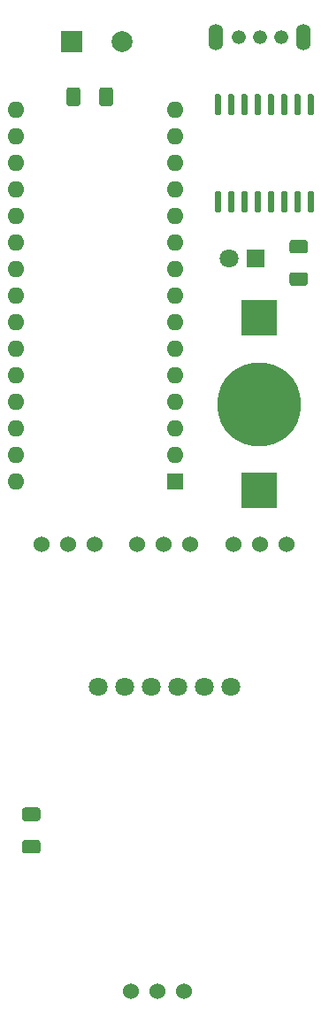
<source format=gbr>
%TF.GenerationSoftware,KiCad,Pcbnew,(5.1.12)-1*%
%TF.CreationDate,2023-05-17T18:58:12-04:00*%
%TF.ProjectId,Final_Design,46696e61-6c5f-4446-9573-69676e2e6b69,rev?*%
%TF.SameCoordinates,Original*%
%TF.FileFunction,Soldermask,Bot*%
%TF.FilePolarity,Negative*%
%FSLAX46Y46*%
G04 Gerber Fmt 4.6, Leading zero omitted, Abs format (unit mm)*
G04 Created by KiCad (PCBNEW (5.1.12)-1) date 2023-05-17 18:58:12*
%MOMM*%
%LPD*%
G01*
G04 APERTURE LIST*
%ADD10C,2.000000*%
%ADD11R,2.000000X2.000000*%
%ADD12R,3.500000X3.500000*%
%ADD13C,8.000000*%
%ADD14C,1.800000*%
%ADD15R,1.800000X1.800000*%
%ADD16C,1.324000*%
%ADD17O,1.424000X2.524000*%
%ADD18O,1.600000X1.600000*%
%ADD19R,1.600000X1.600000*%
%ADD20C,1.524000*%
G04 APERTURE END LIST*
D10*
%TO.C,U1*%
X109510000Y-30530000D03*
D11*
X104700000Y-30530000D03*
%TD*%
D12*
%TO.C,BT1*%
X122600000Y-56945000D03*
X122600000Y-73455000D03*
D13*
X122600000Y-65200000D03*
%TD*%
D14*
%TO.C,LED*%
X119760000Y-51300000D03*
D15*
X122300000Y-51300000D03*
%TD*%
D16*
%TO.C,U3*%
X124732000Y-30120000D03*
X122700000Y-30120000D03*
X120668000Y-30120000D03*
D17*
X126891000Y-30120000D03*
X118509000Y-30120000D03*
%TD*%
D18*
%TO.C,A1*%
X99360000Y-37040000D03*
X114600000Y-37040000D03*
X99360000Y-72600000D03*
X114600000Y-39580000D03*
X99360000Y-70060000D03*
X114600000Y-42120000D03*
X99360000Y-67520000D03*
X114600000Y-44660000D03*
X99360000Y-64980000D03*
X114600000Y-47200000D03*
X99360000Y-62440000D03*
X114600000Y-49740000D03*
X99360000Y-59900000D03*
X114600000Y-52280000D03*
X99360000Y-57360000D03*
X114600000Y-54820000D03*
X99360000Y-54820000D03*
X114600000Y-57360000D03*
X99360000Y-52280000D03*
X114600000Y-59900000D03*
X99360000Y-49740000D03*
X114600000Y-62440000D03*
X99360000Y-47200000D03*
X114600000Y-64980000D03*
X99360000Y-44660000D03*
X114600000Y-67520000D03*
X99360000Y-42120000D03*
X114600000Y-70060000D03*
X99360000Y-39580000D03*
D19*
X114600000Y-72600000D03*
%TD*%
%TO.C,C1*%
G36*
G01*
X105500000Y-35149999D02*
X105500000Y-36450001D01*
G75*
G02*
X105250001Y-36700000I-249999J0D01*
G01*
X104424999Y-36700000D01*
G75*
G02*
X104175000Y-36450001I0J249999D01*
G01*
X104175000Y-35149999D01*
G75*
G02*
X104424999Y-34900000I249999J0D01*
G01*
X105250001Y-34900000D01*
G75*
G02*
X105500000Y-35149999I0J-249999D01*
G01*
G37*
G36*
G01*
X108625000Y-35149999D02*
X108625000Y-36450001D01*
G75*
G02*
X108375001Y-36700000I-249999J0D01*
G01*
X107549999Y-36700000D01*
G75*
G02*
X107300000Y-36450001I0J249999D01*
G01*
X107300000Y-35149999D01*
G75*
G02*
X107549999Y-34900000I249999J0D01*
G01*
X108375001Y-34900000D01*
G75*
G02*
X108625000Y-35149999I0J-249999D01*
G01*
G37*
%TD*%
%TO.C,4.7K*%
G36*
G01*
X101425000Y-105100000D02*
X100175000Y-105100000D01*
G75*
G02*
X99925000Y-104850000I0J250000D01*
G01*
X99925000Y-104050000D01*
G75*
G02*
X100175000Y-103800000I250000J0D01*
G01*
X101425000Y-103800000D01*
G75*
G02*
X101675000Y-104050000I0J-250000D01*
G01*
X101675000Y-104850000D01*
G75*
G02*
X101425000Y-105100000I-250000J0D01*
G01*
G37*
G36*
G01*
X101425000Y-108200000D02*
X100175000Y-108200000D01*
G75*
G02*
X99925000Y-107950000I0J250000D01*
G01*
X99925000Y-107150000D01*
G75*
G02*
X100175000Y-106900000I250000J0D01*
G01*
X101425000Y-106900000D01*
G75*
G02*
X101675000Y-107150000I0J-250000D01*
G01*
X101675000Y-107950000D01*
G75*
G02*
X101425000Y-108200000I-250000J0D01*
G01*
G37*
%TD*%
%TO.C,220*%
G36*
G01*
X125775000Y-52600000D02*
X127025000Y-52600000D01*
G75*
G02*
X127275000Y-52850000I0J-250000D01*
G01*
X127275000Y-53650000D01*
G75*
G02*
X127025000Y-53900000I-250000J0D01*
G01*
X125775000Y-53900000D01*
G75*
G02*
X125525000Y-53650000I0J250000D01*
G01*
X125525000Y-52850000D01*
G75*
G02*
X125775000Y-52600000I250000J0D01*
G01*
G37*
G36*
G01*
X125775000Y-49500000D02*
X127025000Y-49500000D01*
G75*
G02*
X127275000Y-49750000I0J-250000D01*
G01*
X127275000Y-50550000D01*
G75*
G02*
X127025000Y-50800000I-250000J0D01*
G01*
X125775000Y-50800000D01*
G75*
G02*
X125525000Y-50550000I0J250000D01*
G01*
X125525000Y-49750000D01*
G75*
G02*
X125775000Y-49500000I250000J0D01*
G01*
G37*
%TD*%
D14*
%TO.C,U2*%
X119930000Y-92230000D03*
X117390000Y-92230000D03*
X114850000Y-92230000D03*
X112310000Y-92230000D03*
X109770000Y-92230000D03*
X107230000Y-92230000D03*
%TD*%
D20*
%TO.C,U4*%
X106900000Y-78610000D03*
X104360000Y-78610000D03*
X101820000Y-78610000D03*
%TD*%
%TO.C,U5*%
X125200000Y-78610000D03*
X122660000Y-78610000D03*
X120120000Y-78610000D03*
%TD*%
%TO.C,U6*%
G36*
G01*
X118505000Y-44825000D02*
X118805000Y-44825000D01*
G75*
G02*
X118955000Y-44975000I0J-150000D01*
G01*
X118955000Y-46725000D01*
G75*
G02*
X118805000Y-46875000I-150000J0D01*
G01*
X118505000Y-46875000D01*
G75*
G02*
X118355000Y-46725000I0J150000D01*
G01*
X118355000Y-44975000D01*
G75*
G02*
X118505000Y-44825000I150000J0D01*
G01*
G37*
G36*
G01*
X119775000Y-44825000D02*
X120075000Y-44825000D01*
G75*
G02*
X120225000Y-44975000I0J-150000D01*
G01*
X120225000Y-46725000D01*
G75*
G02*
X120075000Y-46875000I-150000J0D01*
G01*
X119775000Y-46875000D01*
G75*
G02*
X119625000Y-46725000I0J150000D01*
G01*
X119625000Y-44975000D01*
G75*
G02*
X119775000Y-44825000I150000J0D01*
G01*
G37*
G36*
G01*
X121045000Y-44825000D02*
X121345000Y-44825000D01*
G75*
G02*
X121495000Y-44975000I0J-150000D01*
G01*
X121495000Y-46725000D01*
G75*
G02*
X121345000Y-46875000I-150000J0D01*
G01*
X121045000Y-46875000D01*
G75*
G02*
X120895000Y-46725000I0J150000D01*
G01*
X120895000Y-44975000D01*
G75*
G02*
X121045000Y-44825000I150000J0D01*
G01*
G37*
G36*
G01*
X122315000Y-44825000D02*
X122615000Y-44825000D01*
G75*
G02*
X122765000Y-44975000I0J-150000D01*
G01*
X122765000Y-46725000D01*
G75*
G02*
X122615000Y-46875000I-150000J0D01*
G01*
X122315000Y-46875000D01*
G75*
G02*
X122165000Y-46725000I0J150000D01*
G01*
X122165000Y-44975000D01*
G75*
G02*
X122315000Y-44825000I150000J0D01*
G01*
G37*
G36*
G01*
X123585000Y-44825000D02*
X123885000Y-44825000D01*
G75*
G02*
X124035000Y-44975000I0J-150000D01*
G01*
X124035000Y-46725000D01*
G75*
G02*
X123885000Y-46875000I-150000J0D01*
G01*
X123585000Y-46875000D01*
G75*
G02*
X123435000Y-46725000I0J150000D01*
G01*
X123435000Y-44975000D01*
G75*
G02*
X123585000Y-44825000I150000J0D01*
G01*
G37*
G36*
G01*
X124855000Y-44825000D02*
X125155000Y-44825000D01*
G75*
G02*
X125305000Y-44975000I0J-150000D01*
G01*
X125305000Y-46725000D01*
G75*
G02*
X125155000Y-46875000I-150000J0D01*
G01*
X124855000Y-46875000D01*
G75*
G02*
X124705000Y-46725000I0J150000D01*
G01*
X124705000Y-44975000D01*
G75*
G02*
X124855000Y-44825000I150000J0D01*
G01*
G37*
G36*
G01*
X126125000Y-44825000D02*
X126425000Y-44825000D01*
G75*
G02*
X126575000Y-44975000I0J-150000D01*
G01*
X126575000Y-46725000D01*
G75*
G02*
X126425000Y-46875000I-150000J0D01*
G01*
X126125000Y-46875000D01*
G75*
G02*
X125975000Y-46725000I0J150000D01*
G01*
X125975000Y-44975000D01*
G75*
G02*
X126125000Y-44825000I150000J0D01*
G01*
G37*
G36*
G01*
X127395000Y-44825000D02*
X127695000Y-44825000D01*
G75*
G02*
X127845000Y-44975000I0J-150000D01*
G01*
X127845000Y-46725000D01*
G75*
G02*
X127695000Y-46875000I-150000J0D01*
G01*
X127395000Y-46875000D01*
G75*
G02*
X127245000Y-46725000I0J150000D01*
G01*
X127245000Y-44975000D01*
G75*
G02*
X127395000Y-44825000I150000J0D01*
G01*
G37*
G36*
G01*
X127395000Y-35525000D02*
X127695000Y-35525000D01*
G75*
G02*
X127845000Y-35675000I0J-150000D01*
G01*
X127845000Y-37425000D01*
G75*
G02*
X127695000Y-37575000I-150000J0D01*
G01*
X127395000Y-37575000D01*
G75*
G02*
X127245000Y-37425000I0J150000D01*
G01*
X127245000Y-35675000D01*
G75*
G02*
X127395000Y-35525000I150000J0D01*
G01*
G37*
G36*
G01*
X126125000Y-35525000D02*
X126425000Y-35525000D01*
G75*
G02*
X126575000Y-35675000I0J-150000D01*
G01*
X126575000Y-37425000D01*
G75*
G02*
X126425000Y-37575000I-150000J0D01*
G01*
X126125000Y-37575000D01*
G75*
G02*
X125975000Y-37425000I0J150000D01*
G01*
X125975000Y-35675000D01*
G75*
G02*
X126125000Y-35525000I150000J0D01*
G01*
G37*
G36*
G01*
X124855000Y-35525000D02*
X125155000Y-35525000D01*
G75*
G02*
X125305000Y-35675000I0J-150000D01*
G01*
X125305000Y-37425000D01*
G75*
G02*
X125155000Y-37575000I-150000J0D01*
G01*
X124855000Y-37575000D01*
G75*
G02*
X124705000Y-37425000I0J150000D01*
G01*
X124705000Y-35675000D01*
G75*
G02*
X124855000Y-35525000I150000J0D01*
G01*
G37*
G36*
G01*
X123585000Y-35525000D02*
X123885000Y-35525000D01*
G75*
G02*
X124035000Y-35675000I0J-150000D01*
G01*
X124035000Y-37425000D01*
G75*
G02*
X123885000Y-37575000I-150000J0D01*
G01*
X123585000Y-37575000D01*
G75*
G02*
X123435000Y-37425000I0J150000D01*
G01*
X123435000Y-35675000D01*
G75*
G02*
X123585000Y-35525000I150000J0D01*
G01*
G37*
G36*
G01*
X122315000Y-35525000D02*
X122615000Y-35525000D01*
G75*
G02*
X122765000Y-35675000I0J-150000D01*
G01*
X122765000Y-37425000D01*
G75*
G02*
X122615000Y-37575000I-150000J0D01*
G01*
X122315000Y-37575000D01*
G75*
G02*
X122165000Y-37425000I0J150000D01*
G01*
X122165000Y-35675000D01*
G75*
G02*
X122315000Y-35525000I150000J0D01*
G01*
G37*
G36*
G01*
X121045000Y-35525000D02*
X121345000Y-35525000D01*
G75*
G02*
X121495000Y-35675000I0J-150000D01*
G01*
X121495000Y-37425000D01*
G75*
G02*
X121345000Y-37575000I-150000J0D01*
G01*
X121045000Y-37575000D01*
G75*
G02*
X120895000Y-37425000I0J150000D01*
G01*
X120895000Y-35675000D01*
G75*
G02*
X121045000Y-35525000I150000J0D01*
G01*
G37*
G36*
G01*
X119775000Y-35525000D02*
X120075000Y-35525000D01*
G75*
G02*
X120225000Y-35675000I0J-150000D01*
G01*
X120225000Y-37425000D01*
G75*
G02*
X120075000Y-37575000I-150000J0D01*
G01*
X119775000Y-37575000D01*
G75*
G02*
X119625000Y-37425000I0J150000D01*
G01*
X119625000Y-35675000D01*
G75*
G02*
X119775000Y-35525000I150000J0D01*
G01*
G37*
G36*
G01*
X118505000Y-35525000D02*
X118805000Y-35525000D01*
G75*
G02*
X118955000Y-35675000I0J-150000D01*
G01*
X118955000Y-37425000D01*
G75*
G02*
X118805000Y-37575000I-150000J0D01*
G01*
X118505000Y-37575000D01*
G75*
G02*
X118355000Y-37425000I0J150000D01*
G01*
X118355000Y-35675000D01*
G75*
G02*
X118505000Y-35525000I150000J0D01*
G01*
G37*
%TD*%
%TO.C,U7*%
X116000000Y-78610000D03*
X113460000Y-78610000D03*
X110920000Y-78610000D03*
%TD*%
%TO.C,U8*%
X115400000Y-121410000D03*
X112860000Y-121410000D03*
X110320000Y-121410000D03*
%TD*%
M02*

</source>
